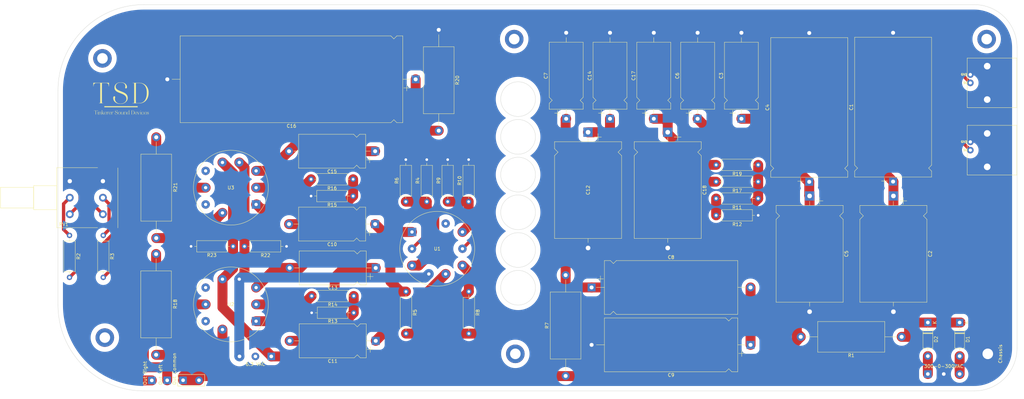
<source format=kicad_pcb>
(kicad_pcb (version 20211014) (generator pcbnew)
  (layers (0 "F.Cu" signal) (31 "B.Cu" signal) (34 "B.Paste" user) (35 "F.Paste" user) (36 "B.SilkS" user "B.Silkscreen") (37 "F.SilkS" user "F.Silkscreen") (38 "B.Mask" user) (39 "F.Mask" user) (44 "Edge.Cuts" user))
  (net 0 "")
  (net 1 "Net-(C1-Pad1)")
  (net 2 "GND")
  (net 3 "P2")
  (net 4 "P1")
  (net 5 "Net-(C8-Pad2)")
  (net 6 "Net-(C10-Pad1)")
  (net 7 "Net-(C10-Pad2)")
  (net 8 "Net-(C11-Pad1)")
  (net 9 "Net-(C11-Pad2)")
  (net 10 "Net-(C12-Pad1)")
  (net 11 "Net-(C13-Pad1)")
  (net 12 "Net-(C13-Pad2)")
  (net 13 "Net-(C15-Pad1)")
  (net 14 "Net-(C17-Pad1)")
  (net 15 "Net-(D1-Pad2)")
  (net 16 "Net-(D2-Pad2)")
  (net 17 "Net-(J2-Pad1)")
  (net 18 "Net-(J3-Pad1)")
  (net 19 "Net-(J4-Pad1)")
  (net 20 "Net-(J5-Pad1)")
  (net 21 "H2")
  (net 23 "H1")
  (net 24 "Net-(R2-Pad1)")
  (net 25 "Net-(R2-Pad2)")
  (net 26 "Net-(R3-Pad1)")
  (net 27 "Net-(R3-Pad2)")
  (net 28 "Net-(R4-Pad1)")
  (net 29 "Net-(R10-Pad1)")
  (net 30 "Net-(R11-Pad1)")
  (net 31 "Net-(R14-Pad2)")
  (net 32 "Net-(R16-Pad2)")
  (net 33 "Net-(R18-Pad1)")
  (net 34 "Net-(R21-Pad1)")
  (footprint "Resistor_THT:R_Axial_DIN0309_L9.0mm_D3.2mm_P12.70mm_Horizontal" (layer "F.Cu") (at 217.53 100.40806 180)
    (fp_text reference "R17" (at 6.35 -2.72) (layer "F.SilkS"))
    (fp_text value "10K")
    (pad "1" thru_hole circle locked (at 0 0 180) (size 1.6 1.6) (drill 0.8) (layers *.Cu *.Mask) (net 4 "P1"))
    (pad "2" thru_hole oval locked (at 12.7 0 180) (size 1.6 1.6) (drill 0.8) (layers *.Cu *.Mask) (net 10 "Net-(C12-Pad1)"))
  )
  (footprint "Resistor_THT:R_Axial_DIN0309_L9.0mm_D3.2mm_P12.70mm_Horizontal" (layer "F.Cu") (at 82.503437 104.754771)
    (fp_text reference "R15" (at 6.35 2.661619) (layer "F.SilkS"))
    (fp_text value "1K")
    (pad "1" thru_hole circle locked (at 0 0) (size 1.6 1.6) (drill 0.8) (layers *.Cu *.Mask) (net 2 "GND"))
    (pad "2" thru_hole oval locked (at 12.7 0) (size 1.6 1.6) (drill 0.8) (layers *.Cu *.Mask) (net 7 "Net-(C10-Pad2)"))
  )
  (footprint "Capacitor_THT:CP_Axial_L20.0mm_D10.0mm_P26.00mm_Horizontal" (layer "F.Cu") (at 199.23759 81.379178 90)
    (fp_text reference "C6" (at 13 -6.12 90) (layer "F.SilkS"))
    (fp_text value "0.1uF/600V")
    (pad "1" thru_hole rect locked (at 0 0 90) (size 2.4 2.4) (drill 1.2) (layers *.Cu *.Mask) (net 3 "P2"))
    (pad "2" thru_hole oval locked (at 26 0 90) (size 2.4 2.4) (drill 1.2) (layers *.Cu *.Mask) (net 2 "GND"))
  )
  (footprint "Custom Library:Potentiometer_Alps_RK271_Dual_Horizontal" (layer "F.Cu") (at 9.635283 100.245 180)
    (fp_text reference "RV1" (at 1.815283 -13.075) (layer "F.SilkS"))
    (fp_text value "VOL")
    (pad "1" thru_hole circle (at 0 0 180) (size 2.34 2.34) (drill 1.3) (layers *.Cu *.Mask) (net 2 "GND"))
    (pad "2" thru_hole circle (at 0 -5 180) (size 2.34 2.34) (drill 1.3) (layers *.Cu *.Mask) (net 24 "Net-(R2-Pad1)"))
    (pad "3" thru_hole circle (at 0 -10 180) (size 2.34 2.34) (drill 1.3) (layers *.Cu *.Mask) (net 17 "Net-(J2-Pad1)"))
    (pad "4" thru_hole circle (at -10 0 180) (size 2.34 2.34) (drill 1.3) (layers *.Cu *.Mask) (net 2 "GND"))
    (pad "5" thru_hole circle (at -10 -5 180) (size 2.34 2.34) (drill 1.3) (layers *.Cu *.Mask) (net 26 "Net-(R3-Pad1)"))
    (pad "6" thru_hole circle (at -10 -10 180) (size 2.34 2.34) (drill 1.3) (layers *.Cu *.Mask) (net 18 "Net-(J3-Pad1)"))
  )
  (footprint "Resistor_THT:R_Axial_DIN0922_L20.0mm_D9.0mm_P30.48mm_Horizontal" (layer "F.Cu") (at 121.06 54.5 -90)
    (fp_text reference "R20" (at 15.24 -5.62 90) (layer "F.SilkS"))
    (fp_text value "150/5W")
    (pad "1" thru_hole circle locked (at 0 0 270) (size 2.4 2.4) (drill 1.2) (layers *.Cu *.Mask) (net 2 "GND"))
    (pad "2" thru_hole oval locked (at 30.48 0 270) (size 2.4 2.4) (drill 1.2) (layers *.Cu *.Mask) (net 12 "Net-(C13-Pad2)"))
  )
  (footprint "Capacitor_THT:CP_Axial_L67.0mm_D26.0mm_P75.00mm_Horizontal" (layer "F.Cu") (at 114.085871 69.45 180)
    (fp_text reference "C16" (at 37.5 -14.12) (layer "F.SilkS"))
    (fp_text value "1000uf/35V")
    (pad "1" thru_hole rect locked (at 0 0 180) (size 2.4 2.4) (drill 1.2) (layers *.Cu *.Mask) (net 12 "Net-(C13-Pad2)"))
    (pad "2" thru_hole oval locked (at 75 0 180) (size 2.4 2.4) (drill 1.2) (layers *.Cu *.Mask) (net 2 "GND"))
  )
  (footprint "Diode_THT:D_DO-41_SOD81_P10.16mm_Horizontal" (layer "F.Cu") (at 268.77 142.99 -90)
    (fp_text reference "D2" (at 5.08 -2.47 90) (layer "F.SilkS"))
    (fp_text value "1N4007")
    (fp_text user "K" (at 0 -2.1 90) (layer "F.SilkS"))
    (pad "1" thru_hole rect locked (at 0 0 270) (size 2.2 2.2) (drill 1.1) (layers *.Cu *.Mask) (net 1 "Net-(C1-Pad1)"))
    (pad "2" thru_hole oval locked (at 10.16 0 270) (size 2.2 2.2) (drill 1.1) (layers *.Cu *.Mask) (net 16 "Net-(D2-Pad2)"))
  )
  (footprint "Capacitor_THT:CP_Axial_L20.0mm_D10.0mm_P26.00mm_Horizontal" (layer "F.Cu") (at 102.033437 126.490022 180)
    (fp_text reference "C13" (at 13.003437 -5.997516) (layer "F.SilkS"))
    (fp_text value "0.1uf 100V")
    (pad "1" thru_hole rect locked (at 0 0 180) (size 2.4 2.4) (drill 1.2) (layers *.Cu *.Mask) (net 11 "Net-(C13-Pad1)"))
    (pad "2" thru_hole oval locked (at 26 0 180) (size 2.4 2.4) (drill 1.2) (layers *.Cu *.Mask) (net 12 "Net-(C13-Pad2)"))
  )
  (footprint "Resistor_THT:R_Axial_DIN0309_L9.0mm_D3.2mm_P12.70mm_Horizontal" (layer "F.Cu") (at 217.53 110.58303 180)
    (fp_text reference "R12" (at 6.35 -2.72) (layer "F.SilkS"))
    (fp_text value "220K")
    (pad "1" thru_hole circle locked (at 0 0 180) (size 1.6 1.6) (drill 0.8) (layers *.Cu *.Mask) (net 2 "GND"))
    (pad "2" thru_hole oval locked (at 12.7 0 180) (size 1.6 1.6) (drill 0.8) (layers *.Cu *.Mask) (net 30 "Net-(R11-Pad1)"))
  )
  (footprint "MountingHole:MountingHole_3.2mm_M3_DIN965_Pad" (layer "F.Cu") (at 19.5 63.12085 -90)
    (fp_text reference "J6" hide)
    (fp_text value "Chassis")
    (pad "1" thru_hole circle locked (at 0 0 270) (size 5.6 5.6) (drill 3.2) (layers *.Cu *.Mask))
  )
  (footprint "Resistor_THT:R_Axial_DIN0309_L9.0mm_D3.2mm_P12.70mm_Horizontal" (layer "F.Cu") (at 9.55 116.640406 -90)
    (fp_text reference "R2" (at 6.35 -2.72 90) (layer "F.SilkS"))
    (fp_text value "1K")
    (pad "1" thru_hole circle locked (at 0 0 270) (size 1.6 1.6) (drill 0.8) (layers *.Cu *.Mask) (net 24 "Net-(R2-Pad1)"))
    (pad "2" thru_hole oval locked (at 12.7 0 270) (size 1.6 1.6) (drill 0.8) (layers *.Cu *.Mask) (net 25 "Net-(R2-Pad2)"))
  )
  (footprint "MountingHole:MountingHole_3.2mm_M3_DIN965_Pad" (layer "F.Cu") (at 20.22 147.55 -90)
    (fp_text reference "J6" hide)
    (fp_text value "Chassis")
    (pad "1" thru_hole circle locked (at 0 0 270) (size 5.6 5.6) (drill 3.2) (layers *.Cu *.Mask))
  )
  (footprint "Connector_Wire:SolderWire-0.5sqmm_1x01_D0.9mm_OD2.3mm" (layer "F.Cu") (at 34.4 160.494809 180)
    (fp_text reference "Out Right" (at 2.04 2.208777 90) (layer "F.SilkS"))
    (fp_text value "Out Right")
    (pad "1" thru_hole roundrect locked (at 0 0 180) (size 2.3 2.3) (drill 1.1) (layers *.Cu *.Mask) (roundrect_rratio 0.108696087) (net 20 "Net-(J5-Pad1)"))
  )
  (footprint "Resistor_THT:R_Axial_DIN0309_L9.0mm_D3.2mm_P12.70mm_Horizontal" (layer "F.Cu") (at 117.442883 106.440022 90)
    (fp_text reference "R4" (at 6.35 -2.72 90) (layer "F.SilkS"))
    (fp_text value "2.7K")
    (pad "1" thru_hole circle locked (at 0 0 90) (size 1.6 1.6) (drill 0.8) (layers *.Cu *.Mask) (net 28 "Net-(R4-Pad1)"))
    (pad "2" thru_hole oval locked (at 12.7 0 90) (size 1.6 1.6) (drill 0.8) (layers *.Cu *.Mask) (net 2 "GND"))
  )
  (footprint "Capacitor_THT:CP_Axial_L29.0mm_D20.0mm_P35.00mm_Horizontal" (layer "F.Cu") (at 233.05759 104.721267 -90)
    (fp_text reference "C5" (at 17.5 -11.12 90) (layer "F.SilkS"))
    (fp_text value "0.33uF/600V")
    (pad "1" thru_hole rect locked (at 0 0 270) (size 2.8 2.8) (drill 1.4) (layers *.Cu *.Mask) (net 3 "P2"))
    (pad "2" thru_hole oval locked (at 35 0 270) (size 2.8 2.8) (drill 1.4) (layers *.Cu *.Mask) (net 2 "GND"))
  )
  (footprint "Capacitor_THT:CP_Axial_L40.0mm_D16.0mm_P48.00mm_Horizontal" (layer "F.Cu") (at 167.22 132.387484)
    (fp_text reference "C8" (at 24 -9.12) (layer "F.SilkS"))
    (fp_text value "20uF/250V")
    (pad "1" thru_hole rect locked (at 0 0) (size 2.4 2.4) (drill 1.2) (layers *.Cu *.Mask) (net 4 "P1"))
    (pad "2" thru_hole oval locked (at 48 0) (size 2.4 2.4) (drill 1.2) (layers *.Cu *.Mask) (net 5 "Net-(C8-Pad2)"))
  )
  (footprint "Resistor_THT:R_Axial_DIN0922_L20.0mm_D9.0mm_P30.48mm_Horizontal" (layer "F.Cu") (at 260.854078 147.32 180)
    (fp_text reference "R1" (at 15.24 -5.62) (layer "F.SilkS"))
    (fp_text value "1K/5W")
    (pad "1" thru_hole circle locked (at 0 0 180) (size 2.4 2.4) (drill 1.2) (layers *.Cu *.Mask) (net 1 "Net-(C1-Pad1)"))
    (pad "2" thru_hole oval locked (at 30.48 0 180) (size 2.4 2.4) (drill 1.2) (layers *.Cu *.Mask) (net 3 "P2"))
  )
  (footprint "Capacitor_THT:CP_Axial_L20.0mm_D10.0mm_P26.00mm_Horizontal" (layer "F.Cu") (at 101.853437 91.194771 180)
    (fp_text reference "C15" (at 13 -6.12) (layer "F.SilkS"))
    (fp_text value "0.1uf 100V")
    (pad "1" thru_hole rect locked (at 0 0 180) (size 2.4 2.4) (drill 1.2) (layers *.Cu *.Mask) (net 13 "Net-(C15-Pad1)"))
    (pad "2" thru_hole oval locked (at 26 0 180) (size 2.4 2.4) (drill 1.2) (layers *.Cu *.Mask) (net 12 "Net-(C13-Pad2)"))
  )
  (footprint "Connector_Wire:SolderWire-0.5sqmm_1x03_P4.8mm_D0.9mm_OD2.3mm" (layer "F.Cu") (at 268.77 158.567044)
    (fp_text reference "300-0-300VAC" (at 4.8 -2.35) (layer "F.SilkS"))
    (fp_text value "300-0-300VAC")
    (pad "1" thru_hole roundrect locked (at 0 0) (size 2.3 2.3) (drill 1.1) (layers *.Cu *.Mask) (roundrect_rratio 0.108696087) (net 16 "Net-(D2-Pad2)"))
    (pad "2" thru_hole circle locked (at 4.8 0) (size 2.3 2.3) (drill 1.1) (layers *.Cu *.Mask) (net 2 "GND"))
    (pad "3" thru_hole circle locked (at 9.6 0) (size 2.3 2.3) (drill 1.1) (layers *.Cu *.Mask) (net 15 "Net-(D1-Pad2)"))
  )
  (footprint "Capacitor_THT:CP_Axial_L20.0mm_D10.0mm_P26.00mm_Horizontal" (layer "F.Cu") (at 212.46759 81.379178 90)
    (fp_text reference "C3" (at 13 -6.12 90) (layer "F.SilkS"))
    (fp_text value "0.1uF/600V")
    (pad "1" thru_hole rect locked (at 0 0 90) (size 2.4 2.4) (drill 1.2) (layers *.Cu *.Mask) (net 1 "Net-(C1-Pad1)"))
    (pad "2" thru_hole oval locked (at 26 0 90) (size 2.4 2.4) (drill 1.2) (layers *.Cu *.Mask) (net 2 "GND"))
  )
  (footprint "Resistor_THT:R_Axial_DIN0309_L9.0mm_D3.2mm_P12.70mm_Horizontal" (layer "F.Cu") (at 204.83 105.495545)
    (fp_text reference "R11" (at 6.33 2.714455) (layer "F.SilkS"))
    (fp_text value "220K")
    (pad "1" thru_hole circle locked (at 0 0) (size 1.6 1.6) (drill 0.8) (layers *.Cu *.Mask) (net 30 "Net-(R11-Pad1)"))
    (pad "2" thru_hole oval locked (at 12.7 0) (size 1.6 1.6) (drill 0.8) (layers *.Cu *.Mask) (net 4 "P1"))
  )
  (footprint "Resistor_THT:R_Axial_DIN0309_L9.0mm_D3.2mm_P12.70mm_Horizontal" (layer "F.Cu") (at 130.146775 133.632456 -90)
    (fp_text reference "R8" (at 6.35 -2.72 90) (layer "F.SilkS"))
    (fp_text value "47K/0.5W")
    (pad "1" thru_hole circle locked (at 0 0 270) (size 1.6 1.6) (drill 0.8) (layers *.Cu *.Mask) (net 8 "Net-(C11-Pad1)"))
    (pad "2" thru_hole oval locked (at 12.7 0 270) (size 1.6 1.6) (drill 0.8) (layers *.Cu *.Mask) (net 4 "P1"))
  )
  (footprint "Resistor_THT:R_Axial_DIN0309_L9.0mm_D3.2mm_P12.70mm_Horizontal" (layer "F.Cu") (at 82.683437 140.050022)
    (fp_text reference "R13" (at 6.346563 2.532598) (layer "F.SilkS"))
    (fp_text value "1K")
    (pad "1" thru_hole circle locked (at 0 0) (size 1.6 1.6) (drill 0.8) (layers *.Cu *.Mask) (net 2 "GND"))
    (pad "2" thru_hole oval locked (at 12.7 0) (size 1.6 1.6) (drill 0.8) (layers *.Cu *.Mask) (net 9 "Net-(C11-Pad2)"))
  )
  (footprint "Capacitor_THT:CP_Axial_L29.0mm_D20.0mm_P35.00mm_Horizontal" (layer "F.Cu") (at 190.21 85.451802 -90)
    (fp_text reference "C18" (at 17.5 -11.12 90) (layer "F.SilkS"))
    (fp_text value "3.3uF/400V")
    (pad "1" thru_hole rect locked (at 0 0 270) (size 2.8 2.8) (drill 1.4) (layers *.Cu *.Mask) (net 14 "Net-(C17-Pad1)"))
    (pad "2" thru_hole oval locked (at 35 0 270) (size 2.8 2.8) (drill 1.4) (layers *.Cu *.Mask) (net 2 "GND"))
  )
  (footprint "Capacitor_THT:CP_Axial_L20.0mm_D10.0mm_P26.00mm_Horizontal" (layer "F.Cu") (at 101.853437 113.234771 180)
    (fp_text reference "C10" (at 13 -6.12) (layer "F.SilkS"))
    (fp_text value "0.1uf 600V")
    (pad "1" thru_hole rect locked (at 0 0 180) (size 2.4 2.4) (drill 1.2) (layers *.Cu *.Mask) (net 6 "Net-(C10-Pad1)"))
    (pad "2" thru_hole oval locked (at 26 0 180) (size 2.4 2.4) (drill 1.2) (layers *.Cu *.Mask) (net 7 "Net-(C10-Pad2)"))
  )
  (footprint "Resistor_THT:R_Axial_DIN0309_L9.0mm_D3.2mm_P12.70mm_Horizontal" (layer "F.Cu") (at 123.762045 106.440022 90)
    (fp_text reference "R9" (at 6.35 -2.72 90) (layer "F.SilkS"))
    (fp_text value "2.7K")
    (pad "1" thru_hole circle locked (at 0 0 90) (size 1.6 1.6) (drill 0.8) (layers *.Cu *.Mask) (net 29 "Net-(R10-Pad1)"))
    (pad "2" thru_hole oval locked (at 12.7 0 90) (size 1.6 1.6) (drill 0.8) (layers *.Cu *.Mask) (net 2 "GND"))
  )
  (footprint "Capacitor_THT:CP_Axial_L20.0mm_D10.0mm_P26.00mm_Horizontal" (layer "F.Cu") (at 186.00759 81.379178 90)
    (fp_text reference "C17" (at 13 -6.12 90) (layer "F.SilkS"))
    (fp_text value "0.1uF/600V")
    (pad "1" thru_hole rect locked (at 0 0 90) (size 2.4 2.4) (drill 1.2) (layers *.Cu *.Mask) (net 14 "Net-(C17-Pad1)"))
    (pad "2" thru_hole oval locked (at 26 0 90) (size 2.4 2.4) (drill 1.2) (layers *.Cu *.Mask) (net 2 "GND"))
  )
  (footprint "MountingHole:MountingHole_3.2mm_M3_DIN965_Pad" (layer "F.Cu") (at 286.530118 57.29198 -90)
    (fp_text reference "J6" hide)
    (fp_text value "Chassis")
    (pad "1" thru_hole circle locked (at 0 0 270) (size 5.6 5.6) (drill 3.2) (layers *.Cu *.Mask))
  )
  (footprint "Capacitor_THT:CP_Axial_L40.0mm_D16.0mm_P48.00mm_Horizontal" (layer "F.Cu") (at 215.22 149.74994 180)
    (fp_text reference "C9" (at 24 -9.12) (layer "F.SilkS"))
    (fp_text value "20uF/250V")
    (pad "1" thru_hole rect locked (at 0 0 180) (size 2.4 2.4) (drill 1.2) (layers *.Cu *.Mask) (net 5 "Net-(C8-Pad2)"))
    (pad "2" thru_hole oval locked (at 48 0 180) (size 2.4 2.4) (drill 1.2) (layers *.Cu *.Mask) (net 2 "GND"))
  )
  (footprint "Resistor_THT:R_Axial_DIN0309_L9.0mm_D3.2mm_P12.70mm_Horizontal" (layer "F.Cu") (at 95.203437 99.674771 180)
    (fp_text reference "R16" (at 6.35 -2.72) (layer "F.SilkS"))
    (fp_text value "1K")
    (pad "1" thru_hole circle locked (at 0 0 180) (size 1.6 1.6) (drill 0.8) (layers *.Cu *.Mask) (net 7 "Net-(C10-Pad2)"))
    (pad "2" thru_hole oval locked (at 12.7 0 180) (size 1.6 1.6) (drill 0.8) (layers *.Cu *.Mask) (net 32 "Net-(R16-Pad2)"))
  )
  (footprint "MountingHole:MountingHole_3.2mm_M3_DIN965_Pad" (layer "F.Cu") (at 144.19 152.465728 -90)
    (fp_text reference "J6" hide)
    (fp_text value "Chassis")
    (pad "1" thru_hole circle locked (at 0 0 270) (size 5.6 5.6) (drill 3.2) (layers *.Cu *.Mask))
  )
  (footprint "Connector_Wire:SolderWire-0.5sqmm_1x01_D0.9mm_OD2.3mm" (layer "F.Cu") (at 39.0525 160.464809 180)
    (fp_text reference "Out Left" (at 2.016002 1.684968 90) (layer "F.SilkS"))
    (fp_text value "Out Left")
    (pad "1" thru_hole roundrect locked (at 0 0 180) (size 2.3 2.3) (drill 1.1) (layers *.Cu *.Mask) (roundrect_rratio 0.108696087) (net 19 "Net-(J4-Pad1)"))
  )
  (footprint "Connector_Wire:SolderWire-0.5sqmm_1x03_P4.8mm_D0.9mm_OD2.3mm" (layer "F.Cu") (at 70.49 153.24 180)
    (fp_text reference "6.3 VAC" (at 4.8 -2.35) (layer "F.SilkS"))
    (fp_text value "6.3-0-6.3Vac")
    (pad "1" thru_hole roundrect locked (at 0 0 180) (size 2.3 2.3) (drill 1.1) (layers *.Cu *.Mask) (roundrect_rratio 0.108696087) (net 21 "H2"))
    (pad "2" thru_hole circle locked (at 4.8 0 180) (size 2.3 2.3) (drill 1.1) (layers *.Cu *.Mask))
    (pad "3" thru_hole circle locked (at 9.6 0 180) (size 2.3 2.3) (drill 1.1) (layers *.Cu *.Mask) (net 23 "H1"))
  )
  (footprint "MountingHole:MountingHole_3.2mm_M3_DIN965_Pad" (layer "F.Cu") (at 143.85 57.29198 -90)
    (fp_text reference "J6" hide)
    (fp_text value "Chassis")
    (pad "1" thru_hole circle locked (at 0 0 270) (size 5.6 5.6) (drill 3.2) (layers *.Cu *.Mask))
  )
  (footprint "Resistor_THT:R_Axial_DIN0309_L9.0mm_D3.2mm_P12.70mm_Horizontal" (layer "F.Cu") (at 75.09 119.96 180)
    (fp_text reference "R22" (at 6.35 -2.72) (layer "F.SilkS"))
    (fp_text value "100")
    (pad "1" thru_hole circle locked (at 0 0 180) (size 1.6 1.6) (drill 0.8) (layers *.Cu *.Mask) (net 2 "GND"))
    (pad "2" thru_hole oval locked (at 12.7 0 180) (size 1.6 1.6) (drill 0.8) (layers *.Cu *.Mask) (net 23 "H1"))
  )
  (footprint "Custom Library:RCA PANEL 2PIN FOOTPRINT" (layer "F.Cu") (at 284.142163 70.523978 180)
    (fp_text reference "J2" hide)
    (fp_text value "Input Left")
    (fp_text user "GND" (at 4.445 2.54) (layer "F.SilkS") (effects (font (size 0.6 0.6))))
    (fp_text user "SG" (at 4.064 0) (layer "F.SilkS") (effects (font (size 0.6 0.6))))
    (pad "1" thru_hole circle (at 2.55 0 180) (size 2 2) (drill 1) (layers *.Cu *.Mask) (net 17 "Net-(J2-Pad1)"))
    (pad "2" thru_hole circle (at -2.55 5.05 180) (size 3 3) (drill 2) (layers *.Cu *.Mask) (net 2 "GND"))
    (pad "2" thru_hole circle (at 2.55 2.5 180) (size 2 2) (drill 1) (layers *.Cu *.Mask) (net 2 "GND"))
    (pad "2" thru_hole circle (at -2.55 -5.05 180) (size 3 3) (drill 2) (layers *.Cu *.Mask) (net 2 "GND"))
  )
  (footprint "Connector_Wire:SolderWire-0.5sqmm_1x02_P4.8mm_D0.9mm_OD2.3mm" (layer "F.Cu") (at 43.85 160.442844)
    (fp_text reference "Out Common" (at -2.623502 -3.448717 270) (layer "F.SilkS"))
    (fp_text value "Out Reds")
    (pad "1" thru_hole roundrect locked (at 0 0) (size 2.3 2.3) (drill 1.1) (layers *.Cu *.Mask) (roundrect_rratio 0.108696087) (net 3 "P2"))
    (pad "2" thru_hole circle locked (at 4.8 0) (size 2.3 2.3) (drill 1.1) (layers *.Cu *.Mask) (net 3 "P2"))
  )
  (footprint "Capacitor_THT:CP_Axial_L20.0mm_D10.0mm_P26.00mm_Horizontal" (layer "F.Cu") (at 102.033437 148.530022 180)
    (fp_text reference "C11" (at 13 -6.12) (layer "F.SilkS"))
    (fp_text value "0.1uf 600V")
    (pad "1" thru_hole rect locked (at 0 0 180) (size 2.4 2.4) (drill 1.2) (layers *.Cu *.Mask) (net 8 "Net-(C11-Pad1)"))
    (pad "2" thru_hole oval locked (at 26 0 180) (size 2.4 2.4) (drill 1.2) (layers *.Cu *.Mask) (net 9 "Net-(C11-Pad2)"))
  )
  (footprint "Capacitor_THT:CP_Axial_L20.0mm_D10.0mm_P26.00mm_Horizontal" (layer "F.Cu") (at 159.54759 81.379178 90)
    (fp_text reference "C7" (at 13 -6.12 90) (layer "F.SilkS"))
    (fp_text value "0.1uF/600V")
    (pad "1" thru_hole rect locked (at 0 0 90) (size 2.4 2.4) (drill 1.2) (layers *.Cu *.Mask) (net 4 "P1"))
    (pad "2" thru_hole oval locked (at 26 0 90) (size 2.4 2.4) (drill 1.2) (layers *.Cu *.Mask) (net 2 "GND"))
  )
  (footprint "Capacitor_THT:CP_Axial_L42.0mm_D23.0mm_P45.00mm_Horizontal" (layer "F.Cu") (at 258.26759 100.379178 90)
    (fp_text reference "C1" (at 22.5 -12.62 90) (layer "F.SilkS"))
    (fp_text value "33uF/450V")
    (pad "1" thru_hole rect locked (at 0 0 90) (size 2.4 2.4) (drill 1.2) (layers *.Cu *.Mask) (net 1 "Net-(C1-Pad1)"))
    (pad "2" thru_hole oval locked (at 45 0 90) (size 2.4 2.4) (drill 1.2) (layers *.Cu *.Mask) (net 2 "GND"))
  )
  (footprint "Valve:Valve_Noval_P" (layer "F.Cu") (at 65.903437 142.590022)
    (fp_text reference "U2" (at -7.62 -5.08) (layer "F.SilkS"))
    (fp_text value "6P15P")
    (pad "1" thru_hole rect locked (at 0 0) (size 2.54 2.54) (drill 1) (layers *.Cu *.Mask) (net 11 "Net-(C13-Pad1)"))
    (pad "2" thru_hole circle locked (at 0 -5.08) (size 2.54 2.54) (drill 1) (layers *.Cu *.Mask) (net 31 "Net-(R14-Pad2)"))
    (pad "3" thru_hole circle locked (at 0 -10.16) (size 2.54 2.54) (drill 1) (layers *.Cu *.Mask) (net 12 "Net-(C13-Pad2)"))
    (pad "4" thru_hole circle locked (at -5.08 -12.7) (size 2.54 2.54) (drill 1) (layers *.Cu *.Mask) (net 23 "H1"))
    (pad "5" thru_hole circle locked (at -10.16 -12.7) (size 2.54 2.54) (drill 1) (layers *.Cu *.Mask) (net 21 "H2"))
    (pad "6" thru_hole circle locked (at -15.24 -10.16) (size 2.54 2.54) (drill 1) (layers *.Cu *.Mask))
    (pad "7" thru_hole circle locked (at -15.24 -5.08) (size 2.54 2.54) (drill 1) (layers *.Cu *.Mask) (net 19 "Net-(J4-Pad1)"))
    (pad "8" thru_hole circle locked (at -15.24 0) (size 2.54 2.54) (drill 1) (layers *.Cu *.Mask))
    (pad "9" thru_hole circle locked (at -10.16 2.54) (size 2.54 2.54) (drill 1) (layers *.Cu *.Mask) (net 33 "Net-(R18-Pad1)"))
  )
  (footprint "Capacitor_THT:CP_Axial_L29.0mm_D20.0mm_P35.00mm_Horizontal" (layer "F.Cu") (at 258.36759 104.721267 -90)
    (fp_text reference "C2" (at 17.5 -11.12 90) (layer "F.SilkS"))
    (fp_text value "0.33uF/600V")
    (pad "1" thru_hole rect locked (at 0 0 270) (size 2.8 2.8) (drill 1.4) (layers *.Cu *.Mask) (net 1 "Net-(C1-Pad1)"))
    (pad "2" thru_hole oval locked (at 35 0 270) (size 2.8 2.8) (drill 1.4) (layers *.Cu *.Mask) (net 2 "GND"))
  )
  (footprint "Capacitor_THT:CP_Axial_L29.0mm_D20.0mm_P35.00mm_Horizontal" (layer "F.Cu") (at 166.15 85.451802 -90)
    (fp_text reference "C12" (at 17.5 0.01 -270) (layer "F.SilkS"))
    (fp_text value "3.3uF/400V")
    (pad "1" thru_hole rect locked (at 0 0 270) (size 2.8 2.8) (drill 1.4) (layers *.Cu *.Mask) (net 10 "Net-(C12-Pad1)"))
    (pad "2" thru_hole oval locked (at 35 0 270) (size 2.8 2.8) (drill 1.4) (layers *.Cu *.Mask) (net 2 "GND"))
  )
  (footprint "Custom Library:RCA PANEL 2PIN FOOTPRINT" (layer "F.Cu") (at 284.142163 90.873978 180)
    (fp_text reference "J3" hide)
    (fp_text value "Input Right")
    (fp_text user "GND" (at 4.445 2.54) (layer "F.SilkS") (effects (font (size 0.6 0.6))))
    (fp_text user "SG" (at 4.064 0) (layer "F.SilkS") (effects (font (size 0.6 0.6))))
    (pad "1" thru_hole circle (at 2.55 0 180) (size 2 2) (drill 1) (layers *.Cu *.Mask) (net 18 "Net-(J3-Pad1)"))
    (pad "2" thru_hole circle (at -2.55 5.05 180) (size 3 3) (drill 2) (layers *.Cu *.Mask) (net 2 "GND"))
    (pad "2" thru_hole circle (at 2.55 2.5 180) (size 2 2) (drill 1) (layers *.Cu *.Mask) (net 2 "GND"))
    (pad "2" thru_hole circle (at -2.55 -5.05 180) (size 3 3) (drill 2) (layers *.Cu *.Mask) (net 2 "GND"))
  )
  (footprint "Resistor_THT:R_Axial_DIN0309_L9.0mm_D3.2mm_P12.70mm_Horizontal" (layer "F.Cu") (at 130.088991 106.440022 90)
    (fp_text reference "R10" (at 6.35 -2.72 90) (layer "F.SilkS"))
    (fp_text value "1.5K")
    (pad "1" thru_hole circle locked (at 0 0 90) (size 1.6 1.6) (drill 0.8) (layers *.Cu *.Mask) (net 29 "Net-(R10-Pad1)"))
    (pad "2" thru_hole oval locked (at 12.7 0 90) (size 1.6 1.6) (drill 0.8) (layers *.Cu *.Mask) (net 2 "GND"))
  )
  (footprint "Valve:Valve_Noval_P" (layer "F.Cu") (at 112.982464 115.610022 180)
    (fp_text reference "U1" (at -7.62 -5.08) (layer "F.SilkS"))
    (fp_text value "ECC88")
    (pad "1" thru_hole rect locked (at 0 0 180) (size 2.54 2.54) (drill 1) (layers *.Cu *.Mask) (net 6 "Net-(C10-Pad1)"))
    (pad "2" thru_hole circle locked (at 0 -5.08 180) (size 2.54 2.54) (drill 1) (layers *.Cu *.Mask) (net 27 "Net-(R3-Pad2)"))
    (pad "3" thru_hole circle locked (at 0 -10.16 180) (size 2.54 2.54) (drill 1) (layers *.Cu *.Mask) (net 28 "Net-(R4-Pad1)"))
    (pad "4" thru_hole circle locked (at -5.08 -12.7 180) (size 2.54 2.54) (drill 1) (layers *.Cu *.Mask) (net 23 "H1"))
    (pad "5" thru_hole circle locked (at -10.16 -12.7 180) (size 2.54 2.54) (drill 1) (layers *.Cu *.Mask) (net 21 "H2"))
    (pad "6" thru_hole circle locked (at -15.24 -10.16 180) (size 2.54 2.54) (drill 1) (layers *.Cu *.Mask) (net 8 "Net-(C11-Pad1)"))
    (pad "7" thru_hole circle locked (at -15.24 -5.08 180) (size 2.54 2.54) (drill 1) (layers *.Cu *.Mask) (net 25 "Net-(R2-Pad2)"))
    (pad "8" thru_hole circle locked (at -15.24 0 180) (size 2.54 2.54) (drill 1) (layers *.Cu *.Mask) (net 29 "Net-(R10-Pad1)"))
    (pad "9" thru_hole circle locked (at -10.16 2.54 180) (size 2.54 2.54) (drill 1) (layers *.Cu *.Mask))
  )
  (footprint "Custom Library:Logo_25mm" (layer "F.Cu") (at 25.26 75.93)
    (fp_text reference "G***" hide)
    (fp_text value "LOGO" hide)
  )
  (footprint "Diode_THT:D_DO-41_SOD81_P10.16mm_Horizontal" (layer "F.Cu") (at 278.37 142.99 -90)
    (fp_text reference "D1" (at 5.08 -2.47 90) (layer "F.SilkS"))
    (fp_text value "1N4007")
    (fp_text user "K" (at 0 -2.1 90) (layer "F.SilkS"))
    (pad "1" thru_hole rect locked (at 0 0 270) (size 2.2 2.2) (drill 1.1) (layers *.Cu *.Mask) (net 1 "Net-(C1-Pad1)"))
    (pad "2" thru_hole oval locked (at 10.16 0 270) (size 2.2 2.2) (drill 1.1) (layers *.Cu *.Mask) (net 15 "Net-(D1-Pad2)"))
  )
  (footprint "Valve:Valve_Noval_P" (layer "F.Cu") (at 65.903437 107.294771)
    (fp_text reference "U3" (at -7.62 -5.08) (layer "F.SilkS"))
    (fp_text value "6P15P")
    (pad "1" thru_hole rect locked (at 0 0) (size 2.54 2.54) (drill 1) (layers *.Cu *.Mask) (net 13 "Net-(C15-Pad1)"))
    (pad "2" thru_hole circle locked (at 0 -5.08) (size 2.54 2.54) (drill 1) (layers *.Cu *.Mask) (net 32 "Net-(R16-Pad2)"))
    (pad "3" thru_hole circle locked (at 0 -10.16) (size 2.54 2.54) (drill 1) (layers *.Cu *.Mask) (net 12 "Net-(C13-Pad2)"))
    (pad "4" thru_hole circle locked (at -5.08 -12.7) (size 2.54 2.54) (drill 1) (layers *.Cu *.Mask) (net 23 "H1"))
    (pad "5" thru_hole circle locked (at -10.16 -12.7) (size 2.54 2.54) (drill 1) (layers *.Cu *.Mask) (net 21 "H2"))
    (pad "6" thru_hole circle locked (at -15.24 -10.16) (size 2.54 2.54) (drill 1) (layers *.Cu *.Mask))
    (pad "7" thru_hole circle locked (at -15.24 -5.08) (size 2.54 2.54) (drill 1) (layers *.Cu *.Mask) (net 20 "Net-(J5-Pad1)"))
    (pad "8" thru_hole circle locked (at -15.24 0) (size 2.54 2.54) (drill 1) (layers *.Cu *.Mask))
    (pad "9" thru_hole circle locked (at -10.16 2.54) (size 2.54 2.54) (drill 1) (layers *.Cu *.Mask) (net 34 "Net-(R21-Pad1)"))
  )
  (footprint "Resistor_THT:R_Axial_DIN0309_L9.0mm_D3.2mm_P12.70mm_Horizontal" (layer "F.Cu") (at 111.115937 106.440022 90)
    (fp_text reference "R6" (at 6.35 -2.72 90) (layer "F.SilkS"))
    (fp_text value "1.5K")
    (pad "1" thru_hole circle locked (at 0 0 90) (size 1.6 1.6) (drill 0.8) (layers *.Cu *.Mask) (net 28 "Net-(R4-Pad1)"))
    (pad "2" thru_hole oval locked (at 12.7 0 90) (size 1.6 1.6) (drill 0.8) (layers *.Cu *.Mask) (net 2 "GND"))
  )
  (footprint "Capacitor_THT:CP_Axial_L20.0mm_D10.0mm_P26.00mm_Horizontal" (layer "F.Cu") (at 172.77759 81.379178 90)
    (fp_text reference "C14" (at 13 -6.12 90) (layer "F.SilkS"))
    (fp_text value "0.1uF/600V")
    (pad "1" thru_hole rect locked (at 0 0 90) (size 2.4 2.4) (drill 1.2) (layers *.Cu *.Mask) (net 10 "Net-(C12-Pad1)"))
    (pad "2" thru_hole oval locked (at 26 0 90) (size 2.4 2.4) (drill 1.2) (layers *.Cu *.Mask) (net 2 "GND"))
  )
  (footprint "Resistor_THT:R_Axial_DIN0309_L9.0mm_D3.2mm_P12.70mm_Horizontal" (layer "F.Cu") (at 46.26 119.96)
    (fp_text reference "R23" (at 6.25 2.665794) (layer "F.SilkS"))
    (fp_text value "100")
    (pad "1" thru_hole circle locked (at 0 0) (size 1.6 1.6) (drill 0.8) (layers *.Cu *.Mask) (net 2 "GND"))
    (pad "2" thru_hole oval locked (at 12.7 0) (size 1.6 1.6) (drill 0.8) (layers *.Cu *.Mask) (net 21 "H2"))
  )
  (footprint "Capacitor_THT:CP_Axial_L42.0mm_D23.0mm_P45.00mm_Horizontal" (layer "F.Cu") (at 232.950566 100.451634 90)
    (fp_text reference "C4" (at 22.5 -12.62 90) (layer "F.SilkS"))
    (fp_text value "33uF/450V")
    (pad "1" thru_hole rect locked (at 0 0 90) (size 2.4 2.4) (drill 1.2) (layers *.Cu *.Mask) (net 3 "P2"))
    (pad "2" thru_hole oval locked (at 45 0 90) (size 2.4 2.4) (drill 1.2) (layers *.Cu *.Mask) (net 2 "GND"))
  )
  (footprint "MountingHole:MountingHole_3.2mm_M3_DIN965_Pad" (layer "F.Cu") (at 286.87 152.465728 -90)
    (fp_text reference "Chassis" (at 0 -3.8 90) (layer "F.SilkS"))
    (fp_text value "Chassis")
    (pad "1" thru_hole circle locked (at 0 0 270) (size 5.6 5.6) (drill 3.2) (layers *.Cu *.Mask) (net 2 "GND"))
  )
  (footprint "Resistor_THT:R_Axial_DIN0922_L20.0mm_D9.0mm_P30.48mm_Horizontal" (layer "F.Cu") (at 35.703437 152.755022 90)
    (fp_text reference "R18" (at 15.345022 5.780604 90) (layer "F.SilkS"))
    (fp_text value "1K/2W")
    (pad "1" thru_hole circle locked (at 0 0 90) (size 2.4 2.4) (drill 1.2) (layers *.Cu *.Mask) (net 33 "Net-(R18-Pad1)"))
    (pad "2" thru_hole oval locked (at 30.48 0 90) (size 2.4 2.4) (drill 1.2) (layers *.Cu *.Mask) (net 19 "Net-(J4-Pad1)"))
  )
  (footprint "Resistor_THT:R_Axial_DIN0922_L20.0mm_D9.0mm_P30.48mm_Horizontal" (layer "F.Cu") (at 159.380874 159.145 90)
    (fp_text reference "R7" (at 15.24 -5.62 90) (layer "F.SilkS"))
    (fp_text value "6.8K/2W")
    (pad "1" thru_hole circle locked (at 0 0 90) (size 2.4 2.4) (drill 1.2) (layers *.Cu *.Mask) (net 3 "P2"))
    (pad "2" thru_hole oval locked (at 30.48 0 90) (size 2.4 2.4) (drill 1.2) (layers *.Cu *.Mask) (net 4 "P1"))
  )
  (footprint "Resistor_THT:R_Axial_DIN0922_L20.0mm_D9.0mm_P30.48mm_Horizontal" (layer "F.Cu") (at 35.743437 117.459771 90)
    (fp_text reference "R21" (at 15.345022 5.780604 90) (layer "F.SilkS"))
    (fp_text value "1K/2W")
    (pad "1" thru_hole circle locked (at 0 0 90) (size 2.4 2.4) (drill 1.2) (layers *.Cu *.Mask) (net 34 "Net-(R21-Pad1)"))
    (pad "2" thru_hole oval locked (at 30.48 0 90) (size 2.4 2.4) (drill 1.2) (layers *.Cu *.Mask) (net 20 "Net-(J5-Pad1)"))
  )
  (footprint "Resistor_THT:R_Axial_DIN0309_L9.0mm_D3.2mm_P12.70mm_Horizontal" (layer "F.Cu") (at 95.383437 134.970022 180)
    (fp_text reference "R14" (at 6.353437 -2.599629) (layer "F.SilkS"))
    (fp_text value "1K")
    (pad "1" thru_hole circle locked (at 0 0 180) (size 1.6 1.6) (drill 0.8) (layers *.Cu *.Mask) (net 9 "Net-(C11-Pad2)"))
    (pad "2" thru_hole oval locked (at 12.7 0 180) (size 1.6 1.6) (drill 0.8) (layers *.Cu *.Mask) (net 31 "Net-(R14-Pad2)"))
  )
  (footprint "Resistor_THT:R_Axial_DIN0309_L9.0mm_D3.2mm_P12.70mm_Horizontal" (layer "F.Cu") (at 19.75 116.640406 -90)
    (fp_text reference "R3" (at 6.35 -2.72 90) (layer "F.SilkS"))
    (fp_text value "1K")
    (pad "1" thru_hole circle locked (at 0 0 270) (size 1.6 1.6) (drill 0.8) (layers *.Cu *.Mask) (net 26 "Net-(R3-Pad1)"))
    (pad "2" thru_hole oval locked (at 12.7 0 270) (size 1.6 1.6) (drill 0.8) (layers *.Cu *.Mask) (net 27 "Net-(R3-Pad2)"))
  )
  (footprint "Resistor_THT:R_Axial_DIN0309_L9.0mm_D3.2mm_P12.70mm_Horizontal" (layer "F.Cu") (at 111.165937 133.632456 -90)
    (fp_text reference "R5" (at 6.35 -2.72 90) (layer "F.SilkS"))
    (fp_text value "47K/0.5W")
    (pad "1" thru_hole circle locked (at 0 0 270) (size 1.6 1.6) (drill 0.8) (layers *.Cu *.Mask) (net 6 "Net-(C10-Pad1)"))
    (pad "2" thru_hole oval locked (at 12.7 0 270) (size 1.6 1.6) (drill 0.8) (layers *.Cu *.Mask) (net 4 "P1"))
  )
  (footprint "Resistor_THT:R_Axial_DIN0309_L9.0mm_D3.2mm_P12.70mm_Horizontal" (layer "F.Cu") (at 217.53 95.320574 180)
    (fp_text reference "R19" (at 6.35 -2.72) (layer "F.SilkS"))
    (fp_text value "10K")
    (pad "1" thru_hole circle locked (at 0 0 180) (size 1.6 1.6) (drill 0.8) (layers *.Cu *.Mask) (net 4 "P1"))
    (pad "2" thru_hole oval locked (at 12.7 0 180) (size 1.6 1.6) (drill 0.8) (layers *.Cu *.Mask) (net 14 "Net-(C17-Pad1)"))
  )
  (gr_rect (start 42.229978 158.710671) (end 50.379978 162.220671) (layer "F.SilkS") (width 0.15) (fill none))
  (gr_circle (center 145.022449 86.853341) (end 141.042449 83.433341) (layer "Edge.Cuts") (width 0.1) (fill none))
  (gr_arc (start 295.709539 150.740004) (mid 291.923199 159.886266) (end 282.78 163.68) (layer "Edge.Cuts") (width 0.1))
  (gr_circle (center 145.022449 75.446573) (end 141.042449 72.026573) (layer "Edge.Cuts") (width 0.1) (fill none))
  (gr_line (start 32.06 46.87) (end 282.77 46.87) (layer "Edge.Cuts") (width 0.1))
  (gr_arc (start 282.77 46.87) (mid 291.916262 50.65634) (end 295.709996 59.799539) (layer "Edge.Cuts") (width 0.1))
  (gr_line (start 6.07 137.69) (end 6.07 72.86) (layer "Edge.Cuts") (width 0.1))
  (gr_line (start 282.78 163.68) (end 32.06 163.68) (layer "Edge.Cuts") (width 0.1))
  (gr_line (start 295.709996 59.799539) (end 295.709539 150.740004) (layer "Edge.Cuts") (width 0.1))
  (gr_arc (start 32.06 163.68) (mid 13.682295 156.067705) (end 6.07 137.69) (layer "Edge.Cuts") (width 0.1))
  (gr_circle (center 145.022449 98.260109) (end 141.042449 94.840109) (layer "Edge.Cuts") (width 0.1) (fill none))
  (gr_arc (start 6.07 72.86) (mid 13.682295 54.482295) (end 32.06 46.87) (layer "Edge.Cuts") (width 0.1))
  (gr_circle (center 145.022449 132.480413) (end 141.042449 129.060413) (layer "Edge.Cuts") (width 0.1) (fill none))
  (gr_circle (center 145.022449 109.666877) (end 141.042449 106.246877) (layer "Edge.Cuts") (width 0.1) (fill none))
  (gr_circle (center 145.022449 121.073645) (end 141.042449 117.653645) (layer "Edge.Cuts") (width 0.1) (fill none))
  (segment (start 258.36759 129.06759) (end 263.1 133.8) (width 3) (layer "F.Cu") (net 1))
  (segment (start 263.94 142.99) (end 263.1 143.83) (width 3) (layer "F.Cu") (net 1))
  (segment (start 263.1 133.8) (end 263.1 143.83) (width 3) (layer "F.Cu") (net 1))
  (segment (start 268.77 142.99) (end 263.94 142.99) (width 3) (layer "F.Cu") (net 1))
  (segment (start 258.26759 100.379178) (end 258.26759 100.31759) (width 3) (layer "F.Cu") (net 1))
  (segment (start 258.36759 104.721267) (end 258.36759 100.479178) (width 3) (layer "F.Cu") (net 1))
  (segment (start 263.1 143.83) (end 263.1 147.08) (width 3) (layer "F.Cu") (net 1))
  (segment (start 260.854078 147.32) (end 262.86 147.32) (width 3) (layer "F.Cu") (net 1))
  (segment (start 278.63 142.99) (end 278.37 142.99) (width 3) (layer "F.Cu") (net 1))
  (segment (start 258.36759 104.721267) (end 258.36759 129.06759) (width 3) (layer "F.Cu") (net 1))
  (segment (start 258.26759 100.31759) (end 239.329178 81.379178) (width 3) (layer "F.Cu") (net 1))
  (segment (start 212.46759 81.379178) (end 239.329178 81.379178) (width 3) (layer "F.Cu") (net 1))
  (segment (start 258.321357 100.432945) (end 258.26759 100.379178) (width 3) (layer "F.Cu") (net 1))
  (segment (start 268.77 142.99) (end 278.37 142.99) (width 3) (layer "F.Cu") (net 1))
  (segment (start 263.1 147.08) (end 262.86 147.32) (width 3) (layer "F.Cu") (net 1))
  (segment (start 258.36759 100.479178) (end 258.26759 100.379178) (width 3) (layer "F.Cu") (net 1))
  (segment (start 53.041025 159.264063) (end 53.117544 159.187544) (width 0.25) (layer "F.Cu") (net 3))
  (segment (start 232.950566 100.451634) (end 232.950566 104.614243) (width 3) (layer "F.Cu") (net 3))
  (segment (start 232.801634 100.451634) (end 221.65 89.3) (width 3) (layer "F.Cu") (net 3))
  (segment (start 58.537544 159.187544) (end 43.912456 159.187544) (width 3) (layer "F.Cu") (net 3))
  (segment (start 233.05759 104.721267) (end 233.05759 127.46241) (width 3) (layer "F.Cu") (net 3))
  (segment (start 230.374078 147.32) (end 229.174078 146.12) (width 3) (layer "F.Cu") (net 3))
  (segment (start 230.374078 147.32) (end 227.312039 150.382039) (width 3) (layer "F.Cu") (net 3))
  (segment (start 218.506534 159.187544) (end 227.312039 150.382039) (width 3) (layer "F.Cu") (net 3))
  (segment (start 229.174078 142.095922) (end 229.174078 148.52) (width 3) (layer "F.Cu") (net 3))
  (segment (start 43.85 160.442844) (end 48.65 160.442844) (width 3) (layer "F.Cu") (net 3))
  (segment (start 233.05759 127.46241) (end 229.174078 131.345922) (width 3) (layer "F.Cu") (net 3))
  (segment (start 229.174078 142.095922) (end 229.174078 131.345922) (width 3) (layer "F.Cu") (net 3))
  (segment (start 229.174078 148.52) (end 227.312039 150.382039) (width 3) (layer "F.Cu") (net 3))
  (segment (start 229.174078 146.12) (end 229.174078 142.095922) (width 3) (layer "F.Cu") (net 3))
  (segment (start 43.912456 159.187544) (end 43.87 159.23) (width 3) (layer "F.Cu") (net 3))
  (segment (start 232.950566 100.451634) (end 232.801634 100.451634) (width 3) (layer "F.Cu") (net 3))
  (segment (start 58.537544 159.187544) (end 218.506534 159.187544) (width 3) (layer "F.Cu") (net 3))
  (segment (start 232.950566 104.614243) (end 233.05759 104.721267) (width 3) (layer "F.Cu") (net 3))
  (segment (start 53.117544 159.187544) (end 58.537544 159.187544) (width 3) (layer "F.Cu") (net 3))
  (segment (start 221.65 89.3) (end 207.158412 89.3) (width 3) (layer "F.Cu") (net 3))
  (segment (start 207.158412 89.3) (end 199.23759 81.379178) (width 3) (layer "F.Cu") (net 3))
  (segment (start 159.380874 140.229126) (end 153.277544 146.332456) (width 3) (layer "F.Cu") (net 4))
  (segment (start 159.380874 81.545894) (end 159.54759 81.379178) (width 3) (layer "F.Cu") (net 4))
  (segment (start 167.22 132.387484) (end 189.782516 132.387484) (width 3) (layer "F.Cu") (net 4))
  (segment (start 190.638061 132.387484) (end 189.782516 132.387484) (width 3) (layer "F.Cu") (net 4))
  (segment (start 159.947484 132.387484) (end 159.380874 131.820874) (width 3) (layer "F.Cu") (net 4))
  (segment (start 153.277544 146.332456) (end 130.146775 146.332456) (width 3) (layer "F.Cu") (net 4))
  (segment (start 120.352456 146.332456) (end 130.146775 146.332456) (width 3) (layer "F.Cu") (net 4))
  (segment (start 111.165937 146.332456) (end 120.352456 146.332456) (width 3) (layer "F.Cu") (net 4))
  (segment (start 217.53 105.495545) (end 217.53 95.320574) (width 3) (layer "F.Cu") (net 4))
  (segment (start 159.380874 131.820874) (end 159.380874 128.665) (width 3) (layer "F.Cu") (net 4))
  (segment (start 167.22 132.387484) (end 159.947484 132.387484) (width 3) (layer "F.Cu") (net 4))
  (segment (start 217.53 105.495545) (end 190.638061 132.387484) (width 3) (layer "F.Cu") (net 4))
  (segment (start 159.380874 128.665) (end 159.380874 81.545894) (width 3) (layer "F.Cu") (net 4))
  (segment (start 159.380874 131.820874) (end 159.380874 140.229126) (width 3) (layer "F.Cu") (net 4))
  (segment (start 215.22 132.387484) (end 215.22 149.74994) (width 3) (layer "F.Cu") (net 5))
  (segment (start 111.165937 133.632456) (end 109.518371 133.632456) (width 3) (layer "F.Cu") (net 6))
  (segment (start 106.465937 115.950022) (end 106.805937 115.610022) (width 3) (layer "F.Cu") (net 6))
  (segment (start 112.982464 115.610022) (end 106.805937 115.610022) (width 3) (layer "F.Cu") (net 6))
  (segment (start 106.465937 130.580022) (end 106.465937 115.950022) (width 3) (layer "F.Cu") (net 6))
  (segment (start 109.518371 133.632456) (end 106.465937 130.580022) (width 3) (layer "F.Cu") (net 6))
  (segment (start 106.805937 115.610022) (end 104.228688 115.610022) (width 3) (layer "F.Cu") (net 6))
  (segment (start 104.228688 115.610022) (end 101.853437 113.234771) (width 3) (layer "F.Cu") (net 6))
  (segment (start 95.203437 99.674771) (end 95.203437 104.754771) (width 3) (layer "F.Cu") (net 7))
  (segment (start 86.723437 113.234771) (end 95.203437 104.754771) (width 3) (layer "F.Cu") (net 7))
  (segment (start 75.853437 113.234771) (end 86.723437 113.234771) (width 3) (layer "F.Cu") (net 7))
  (segment (start 102.033437 148.530022) (end 108.853926 141.709533) (width 3) (layer "F.Cu") (net 8))
  (segment (start 130.146775 127.694333) (end 128.222464 125.770022) (width 3) (layer "F.Cu") (net 8))
  (segment (start 108.853926 141.709533) (end 122.069699 141.709532) (width 3) (layer "F.Cu") (net 8))
  (segment (start 122.069699 141.709532) (end 130.146775 133.632456) (width 3) (layer "F.Cu") (net 8))
  (segment (start 130.146775 133.632456) (end 130.146775 127.694333) (width 3) (layer "F.Cu") (net 8))
  (segment (start 76.033437 148.530022) (end 86.903437 148.530022) (width 3) (layer "F.Cu") (net 9))
  (segment (start 95.383437 134.970022) (end 95.383437 140.050022) (width 3) (layer "F.Cu") (net 9))
  (segment (start 86.903437 148.530022) (end 95.383437 140.050022) (width 3) (layer "F.Cu") (net 9))
  (segment (start 172.77759 86.93241) (end 171.296982 85.451802) (width 3) (layer "F.Cu") (net 10))
  (segment (start 172.098198 85.451802) (end 172.77759 84.77241) (width 3) (layer "F.Cu") (net 10))
  (segment (start 172.77759 86.93241) (end 172.77759 84.77241) (width 3) (layer "F.Cu") (net 10))
  (segment (start 204.83 100.40806) (end 186.25324 100.40806) (width 3) (layer "F.Cu") (net 10))
  (segment (start 186.25324 100.40806) (end 172.77759 86.93241) (width 3) (layer "F.Cu") (net 10))
  (segment (start 166.15 85.451802) (end 172.098198 85.451802) (width 3) (layer "F.Cu") (net 10))
  (segment (start 171.296982 85.451802) (end 166.15 85.451802) (width 3) (layer "F.Cu") (net 10))
  (segment (start 172.77759 81.379178) (end 172.77759 84.77241) (width 3) (layer "F.Cu") (net 10))
  (segment (start 92.509978 126.490022) (end 102.033437 126.490022) (width 3) (layer "F.Cu") (net 11))
  (segment (start 89.63 129.37) (end 92.509978 126.490022) (width 3) (layer "F.Cu") (net 11))
  (segment (start 89.63 138.81) (end 89.63 129.37) (width 3) (layer "F.Cu") (net 11))
  (segment (start 65.903437 142.590022) (end 85.849978 142.590022) (width 3) (layer "F.Cu") (net 11))
  (segment (start 85.849978 142.590022) (end 89.63 138.81) (width 3) (layer "F.Cu") (net 11))
  (segment (start 114.52 84.98) (end 112.33 84.98) (width 3) (layer "F.Cu") (net 12))
  (segment (start 112.33 84.98) (end 82.068208 84.98) (width 3) (layer "F.Cu") (net 12))
  (segment (start 75.853437 91.194771) (end 69.998208 97.05) (width 3) (layer "F.Cu") (net 12))
  (segment (start 106.77 98.9) (end 106.77 85.7) (width 3) (layer "F.Cu") (net 12))
  (segment (start 76.033437 126.490022) (end 79.179978 126.490022) (width 3) (layer "F.Cu") (net 12))
  (segment (start 121.06 84.98) (end 114.52 84.98) (width 3) (layer "F.Cu") (net 12))
  (segment (start 69.998208 97.05) (end 69.61 97.05) (width 3) (layer "F.Cu") (net 12))
  (segment (start 69.61 97.05) (end 69.525229 97.134771) (width 3) (layer "F.Cu") (net 12))
  (segment (start 69.525229 97.134771) (end 65.903437 97.134771) (width 3) (layer "F.Cu") (net 12))
  (segment (start 71.843437 126.490022) (end 65.903437 132.430022) (width 3) (layer "F.Cu") (net 12))
  (segment (start 76.033437 126.490022) (end 71.843437 126.490022) (width 3) (layer "F.Cu") (net 12))
  (segment (start 112.231065 84.881065) (end 112.33 84.98) (width 3) (layer "F.Cu") (net 12))
  (segment (start 114.085871 84.545871) (end 114.52 84.98) (width 3) (layer "F.Cu") (net 12))
  (segment (start 114.085871 69.45) (end 114.085871 84.545871) (width 3) (layer "F.Cu") (net 12))
  (segment (start 82.068208 84.98) (end 75.853437 91.194771) (width 3) (layer "F.Cu") (net 12))
  (segment (start 79.179978 126.490022) (end 106.77 98.9) (width 3) (layer "F.Cu") (net 12))
  (segment (start 81.348208 85.7) (end 75.853437 91.194771) (width 3) (layer "F.Cu") (net 12))
  (segment (start 66.074771 107.294771) (end 67.44 108.66) (width 3) (layer "F.Cu") (net 13))
  (segment (start 92.835229 91.194771) (end 101.853437 91.194771) (width 3) (layer "F.Cu") (net 13))
  (segment (start 84.71 108.66) (end 88.97 104.4) (width 3) (layer "F.Cu") (net 13))
  (segment (start 88.97 104.4) (end 88.97 95.06) (width 3) (layer "F.Cu") (net 13))
  (segment (start 67.44 108.66) (end 84.71 108.66) (width 3) (layer "F.Cu") (net 13))
  (segment (start 88.97 95.06) (end 92.835229 91.194771) (width 3) (layer "F.Cu") (net 13))
  (segment (start 65.903437 107.294771) (end 66.074771 107.294771) (width 3) (layer "F.Cu") (net 13))
  (segment (start 190.21 82.43) (end 190.21 85.451802) (width 3) (layer "F.Cu") (net 14))
  (segment (start 189.159178 81.379178) (end 190.21 82.43) (width 3) (layer "F.Cu") (net 14))
  (segment (start 190.21 85.451802) (end 190.21 85.861148) (width 3) (layer "F.Cu") (net 14))
  (segment (start 204.83 95.320574) (end 199.669426 95.320574) (width 3) (layer "F.Cu") (net 14))
  (segment (start 186.00759 81.379178) (end 189.159178 81.379178) (width 3) (layer "F.Cu") (net 14))
  (segment (start 190.21 85.861148) (end 199.669426 95.320574) (width 3) (layer "F.Cu") (net 14))
  (segment (start 278.37 153.15) (end 278.37 158.567044) (width 3) (layer "F.Cu") (net 15))
  (segment (start 268.77 153.15) (end 268.77 158.567044) (width 3) (layer "F.Cu") (net 16))
  (segment (start 9.635283 110.245) (end 12.734005 107.146278) (width 1) (layer "F.Cu") (net 17))
  (segment (start 130.79 63.58) (end 274.648185 63.58) (width 1) (layer "F.Cu") (net 17))
  (segment (start 124.069005 56.859005) (end 130.79 63.58) (width 1) (layer "F.Cu") (net 17))
  (segment (start 34.949005 56.859005) (end 124.069005 56.859005) (width 1) (layer "F.Cu") (net 17))
  (segment (start 12.734005 107.146278) (end 12.734005 79.074005) (width 1) (layer "F.Cu") (net 17))
  (segment (start 274.648185 63.58) (end 281.592163 70.523978) (width 1) (layer "F.Cu") (net 17))
  (segment (start 12.734005 79.074005) (end 34.949005 56.859005) (width 1) (layer "F.Cu") (net 17))
  (segment (start 19.635283 110.245) (end 14.37 104.979717) (width 1) (layer "F.Cu") (net 18))
  (segment (start 255.964093 65.245907) (end 281.592163 90.873978) (width 1) (layer "F.Cu") (net 18))
  (segment (start 14.37 104.979717) (end 14.37 79.72801) (width 1) (layer "F.Cu") (net 18))
  (segment (start 35.599005 58.499005) (end 123.169005 58.499005) (width 1) (layer "F.Cu") (net 18))
  (segment (start 123.169005 58.499005) (end 129.915907 65.245907) (width 1) (layer "F.Cu") (net 18))
  (segment (start 129.915907 65.245907) (end 255.964093 65.245907) (width 1) (layer "F.Cu") (net 18))
  (segment (start 14.37 79.72801) (end 35.599005 58.499005) (width 1) (layer "F.Cu") (net 18))
  (segment (start 38.02 156.52) (end 39.0525 157.5525) (width 3) (layer "F.Cu") (net 19))
  (segment (start 32 155.77) (end 32.75 156.52) (width 3) (layer "F.Cu") (net 19))
  (segment (start 36.190022 137.510022) (end 35.703437 137.023437) (width 3) (layer "F.Cu") (net 19))
  (segment (start 35.703437 122.275022) (end 35.703437 137.023437) (width 3) (layer "F.Cu") (net 19))
  (segment (start 32 148.41) (end 32 141.700044) (width 3) (layer "F.Cu") (net 19))
  (segment (start 32 141.700044) (end 36.190022 137.510022) (width 3) (layer "F.Cu") (net 19))
  (segment (start 32 144.75) (end 32 148.41) (width 3) (layer "F.Cu") (net 19))
  (segment (start 39.0525 157.5525) (end 39.0525 160.464809) (width 3) (layer "F.Cu") (net 19))
  (segment (start 32 148.41) (end 32 155.77) (width 3) (layer "F.Cu") (net 19))
  (segment (start 32.75 156.52) (end 38.02 156.52) (width 3) (layer "F.Cu") (net 19))
  (segment (start 50.663437 137.510022) (end 36.190022 137.510022) (width 3) (layer "F.Cu") (net 19))
  (segment (start 30.454809 160.494809) (end 27.875937 157.915937) (width 3) (layer "F.Cu") (net 20))
  (segment (start 35.743437 110.546563) (end 27.875937 118.414063) (width 3) (layer "F.Cu") (net 20))
  (segment (start 34.4 160.494809) (end 30.454809 160.494809) (width 3) (layer "F.Cu") (net 20))
  (segment (start 50.663437 102.214771) (end 35.705229 102.214771) (width 3) (layer "F.Cu") (net 20))
  (segment (start 35.743437 97.813437) (end 35.743437 102.176563) (width 3) (layer "F.Cu") (net 20))
  (segment (start 27.875937 118.414063) (end 27.875937 157.915937) (width 3) (layer "F.Cu") (net 20))
  (segment (start 35.743437 97.813437) (end 35.743437 110.546563) (width 3) (layer "F.Cu") (net 20))
  (segment (start 27.875937 157.915937) (end 29.19 159.23) (width 3) (layer "F.Cu") (net 20))
  (segment (start 35.743437 102.176563) (end 35.705229 102.214771) (width 3) (layer "F.Cu") (net 20))
  (segment (start 35.743437 86.979771) (end 35.743437 97.813437) (width 3) (layer "F.Cu") (net 20))
  (segment (start 70.49 153.24) (end 70.49 153.15) (width 3) (layer "F.Cu") (net 21))
  (segment (start 89.265958 153.24) (end 90.862979 151.642979) (width 3) (layer "F.Cu") (net 21))
  (segment (start 55.743437 129.890022) (end 55.743437 135.243437) (width 3) (layer "F.Cu") (net 21))
  (segment (start 70.49 153.15) (end 55.743437 138.403437) (width 3) (layer "F.Cu") (net 21))
  (segment (start 70.49 153.24) (end 89.265958 153.24) (width 3) (layer "F.Cu") (net 21))
  (segment (start 104.555937 137.950022) (end 113.502464 137.950022) (width 3) (layer "F.Cu") (net 21))
  (segment (start 55.743437 94.594771) (end 58.942947 97.794281) (width 3) (layer "F.Cu") (net 21))
  (segment (start 58.942947 126.690512) (end 55.743437 129.890022) (width 3) (layer "F.Cu") (net 21))
  (segment (start 58.942947 97.794281) (end 58.942947 126.690512) (width 3) (layer "F.Cu") (net 21))
  (segment (start 90.862979 151.642979) (end 104.555937 137.950022) (width 3) (layer "F.Cu") (net 21))
  (segment (start 55.743437 138.403437) (end 55.743437 129.890022) (width 3) (layer "F.Cu") (net 21))
  (segment (start 113.502464 137.950022) (end 123.142464 128.310022) (width 3) (layer "F.Cu") (net 21))
  (segment (start 60.823437 94.594771) (end 62.385937 96.157271) (width 3) (layer "F.Cu") (net 23))
  (segment (start 62.385937 128.327522) (end 60.823437 129.890022) (width 3) (layer "F.Cu") (net 23))
  (segment (start 62.385937 96.157271) (end 62.385937 128.327522) (width 3) (layer "F.Cu") (net 23))
  (segment (start 60.823437 129.890022) (end 60.823437 153.173437) (width 3) (layer "B.Cu") (net 23))
  (segment (start 116.982953 129.389533) (end 61.323926 129.389533) (width 3) (layer "B.Cu") (net 23))
  (segment (start 60.823437 153.173437) (end 60.89 153.24) (width 3) (layer "B.Cu") (net 23))
  (segment (start 118.062464 128.310022) (end 116.982953 129.389533) (width 3) (layer "B.Cu") (net 23))
  (segment (start 61.323926 129.389533) (end 60.823437 129.890022) (width 3) (layer "B.Cu") (net 23))
  (segment (start 9.55 116.640406) (end 7.761544 114.85195) (width 1) (layer "F.Cu") (net 24))
  (segment (start 7.761544 114.85195) (end 7.761544 107.109917) (width 1) (layer "F.Cu") (net 24))
  (segment (start 7.761544 107.109917) (end 9.631055 105.240406) (width 1) (layer "F.Cu") (net 24))
  (segment (start 35.711818 79.551818) (end 53.233146 62.03049) (width 1) (layer "F.Cu") (net 25))
  (segment (start 53.233146 62.03049) (end 54.683147 62.030489) (width 1) (layer "F.Cu") (net 25))
  (segment (start 133.88 115.032486) (end 128.222464 120.690022) (width 1) (layer "F.Cu") (net 25))
  (segment (start 35.711818 79.551818) (end 22.9 92.363636) (width 1) (layer "F.Cu") (net 25))
  (segment (start 35.711818 79.551818) (end 34.896634 80.367002) (width 1) (layer "F.Cu") (net 25))
  (segment (start 119.4 62.03) (end 133.88 76.51) (width 1) (layer "F.Cu") (net 25))
  (segment (start 22.9 115.990406) (end 22.9 93.77) (width 1) (layer "F.Cu") (net 25))
  (segment (start 133.88 76.51) (end 133.88 115.032486) (width 1) (layer "F.Cu") (net 25))
  (segment (start 54.683636 62.03) (end 119.4 62.03) (width 1) (layer "F.Cu") (net 25))
  (segment (start 22.9 92.363636) (end 22.9 93.77) (width 1) (layer "F.Cu") (net 25))
  (segment (start 9.55 129.340406) (end 22.9 115.990406) (width 1) (layer "F.Cu") (net 25))
  (segment (start 54.683147 62.030489) (end 54.683636 62.03) (width 1) (layer "F.Cu") (net 25))
  (segment (start 21.500566 107.109917) (end 19.631055 105.240406) (width 1) (layer "F.Cu") (net 26))
  (segment (start 21.500566 114.88984) (end 21.500566 107.109917) (width 1) (layer "F.Cu") (net 26))
  (segment (start 19.75 116.640406) (end 21.500566 114.88984) (width 1) (layer "F.Cu") (net 26))
  (segment (start 116.315937 113.004473) (end 116.315937 117.356549) (width 1) (layer "F.Cu") (net 27))
  (segment (start 131.56 102.6) (end 108.051874 102.6) (width 1) (layer "F.Cu") (net 27))
  (segment (start 108.17 110.66) (end 113.971464 110.66) (width 1) (layer "F.Cu") (net 27))
  (segment (start 24.21 124.880406) (end 24.21 92.75) (width 1) (layer "F.Cu") (net 27))
  (segment (start 132.58 76.906364) (end 132.58 101.58) (width 1) (layer "F.Cu") (net 27))
  (segment (start 108.051874 102.6) (end 106.135937 104.515937) (width 1) (layer "F.Cu") (net 27))
  (segment (start 24.21 92.75) (end 53.73 63.23) (width 1) (layer "F.Cu") (net 27))
  (segment (start 132.58 101.58) (end 131.56 102.6) (width 1) (layer "F.Cu") (net 27))
  (segment (start 113.971464 110.66) (end 116.315937 113.004473) (width 1) (layer "F.Cu") (net 27))
  (segment (start 106.135937 108.625937) (end 108.17 110.66) (width 1) (layer "F.Cu") (net 27))
  (segment (start 118.903636 63.23) (end 132.58 76.906364) (width 1) (layer "F.Cu") (net 27))
  (segment (start 53.73 63.23) (end 118.903636 63.23) (width 1) (layer "F.Cu") (net 27))
  (segment (start 116.315937 117.356549) (end 112.982464 120.690022) (width 1) (layer "F.Cu") (net 27))
  (segment (start 106.135937 104.515937) (end 106.135937 108.625937) (width 1) (layer "F.Cu") (net 27))
  (segment (start 19.75 129.340406) (end 24.21 124.880406) (width 1) (layer "F.Cu") (net 27))
  (segment (start 112.982464 125.770022) (end 114.995937 125.770022) (width 3) (layer "F.Cu") (net 28))
  (segment (start 117.442883 106.440022) (end 112.920022 106.440022) (width 3) (layer "F.Cu") (net 28))
  (segment (start 115.315937 106.440022) (end 112.920022 106.440022) (width 3) (layer "F.Cu") (net 28))
  (segment (start 112.920022 106.440022) (end 111.115937 106.440022) (width 3) (layer "F.Cu") (net 28))
  (segment (start 119.705937 110.830022) (end 119.705937 121.060022) (width 3) (layer "F.Cu") (net 28))
  (segment (start 117.442883 106.440022) (end 117.442883 108.566968) (width 3) (layer "F.Cu") (net 28))
  (segment (start 117.442883 108.566968) (end 119.705937 110.830022) (width 3) (layer "F.Cu") (net 28))
  (segment (start 119.705937 110.830022) (end 115.315937 106.440022) (width 3) (layer "F.Cu") (net 28))
  (segment (start 114.995937 125.770022) (end 119.705937 121.060022) (width 3) (layer "F.Cu") (net 28))
  (segment (start 130.088991 106.440022) (end 130.088991 113.743495) (width 3) (layer "F.Cu") (net 29))
  (segment (start 130.088991 106.440022) (end 123.762045 106.440022) (width 3) (layer "F.Cu") (net 29))
  (segment (start 130.088991 113.743495) (end 128.222464 115.610022) (width 3) (layer "F.Cu") (net 29))
  (segment (start 204.83 105.495545) (end 204.83 110.58303) (width 3) (layer "F.Cu") (net 30))
  (segment (start 65.903437 137.510022) (end 80.143437 137.510022) (width 3) (layer "F.Cu") (net 31))
  (segment (start 80.143437 137.510022) (end 82.683437 134.970022) (width 3) (layer "F.Cu") (net 31))
  (segment (start 82.503437 99.674771) (end 79.963437 102.214771) (width 3) (layer "F.Cu") (net 32))
  (segment (start 79.963437 102.214771) (end 65.903437 102.214771) (width 3) (layer "F.Cu") (net 32))
  (segment (start 54.104978 152.755022) (end 35.703437 152.755022) (width 3) (layer "F.Cu") (net 33))
  (segment (start 55.743437 151.116563) (end 54.104978 152.755022) (width 3) (layer "F.Cu") (net 33))
  (segment (start 55.743437 145.130022) (end 55.743437 151.116563) (width 3) (layer "F.Cu") (net 33))
  (segment (start 35.743437 117.459771) (end 48.118437 117.459771) (width 3) (layer "F.Cu") (net 34))
  (segment (start 48.118437 117.459771) (end 55.743437 109.834771) (width 3) (layer "F.Cu") (net 34))
  (zone (net 2) (net_name "GND") (layer "B.Cu") (connect_pads yes (clearance 1.5)) (min_thickness 0.254) (fill yes (thermal_gap 0.508) (thermal_bridge_width 0.508))
    (polygon (pts (xy 297.83 166.09) (xy 3.9 166.09) (xy 3.9 45.47) (xy 297.83 45.47)))
  )
)
</source>
